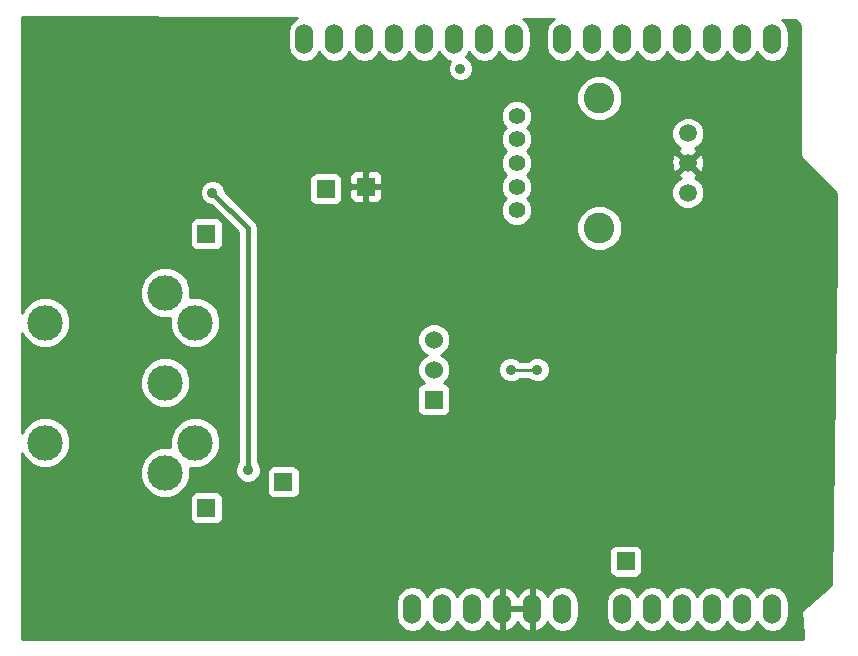
<source format=gbl>
%FSLAX34Y34*%
G04 Gerber Fmt 3.4, Leading zero omitted, Abs format*
G04 (created by PCBNEW (2014-02-26 BZR 4721)-product) date Wednesday, 20 August 2014 20:09:21*
%MOIN*%
G01*
G70*
G90*
G04 APERTURE LIST*
%ADD10C,0.005906*%
%ADD11O,0.060000X0.100000*%
%ADD12C,0.055118*%
%ADD13C,0.059055*%
%ADD14C,0.102362*%
%ADD15R,0.060000X0.060000*%
%ADD16C,0.060000*%
%ADD17C,0.118110*%
%ADD18C,0.035000*%
%ADD19C,0.015748*%
%ADD20C,0.010000*%
G04 APERTURE END LIST*
G54D10*
G54D11*
X56456Y-30614D03*
X55456Y-30614D03*
X54456Y-30614D03*
X51456Y-30614D03*
X52456Y-30614D03*
X53456Y-30614D03*
X49456Y-30614D03*
X48456Y-30614D03*
X47456Y-30614D03*
X45456Y-30614D03*
X44456Y-30614D03*
X56456Y-11614D03*
X55456Y-11614D03*
X54456Y-11614D03*
X53456Y-11614D03*
X52456Y-11614D03*
X51456Y-11614D03*
X50456Y-11614D03*
X49456Y-11614D03*
X47856Y-11614D03*
X46856Y-11614D03*
X45856Y-11614D03*
X44856Y-11614D03*
X43856Y-11614D03*
X42856Y-11614D03*
X41856Y-11614D03*
X40856Y-11614D03*
X46456Y-30614D03*
G54D12*
X47933Y-17322D03*
X47933Y-16535D03*
X47933Y-15748D03*
X47933Y-14960D03*
X47933Y-14173D03*
G54D13*
X53641Y-16732D03*
X53641Y-15748D03*
X53641Y-14763D03*
G54D14*
X50688Y-17913D03*
X50688Y-13582D03*
G54D15*
X45177Y-23637D03*
G54D16*
X45177Y-22637D03*
X45177Y-21637D03*
G54D15*
X41574Y-16614D03*
X37598Y-18110D03*
X37598Y-27244D03*
X40157Y-26377D03*
X42913Y-16535D03*
X51574Y-29015D03*
G54D17*
X32220Y-25070D03*
X32220Y-21070D03*
X36220Y-20070D03*
X37220Y-21070D03*
X36220Y-23070D03*
X37220Y-25070D03*
X36220Y-26070D03*
G54D18*
X46062Y-12598D03*
X37795Y-16732D03*
X38976Y-25984D03*
X56594Y-27854D03*
X50590Y-22539D03*
X46358Y-20767D03*
X52362Y-24311D03*
X52854Y-15846D03*
X44389Y-15944D03*
X47539Y-27263D03*
X47736Y-22637D03*
X48622Y-22637D03*
G54D19*
X38976Y-17913D02*
X37795Y-16732D01*
X38976Y-25984D02*
X38976Y-17913D01*
X47539Y-27263D02*
X47539Y-27362D01*
G54D20*
X48622Y-22637D02*
X47736Y-22637D01*
G54D10*
G36*
X58578Y-18822D02*
X58414Y-29800D01*
X57428Y-30688D01*
X57496Y-31434D01*
X57496Y-31610D01*
X57006Y-31610D01*
X57006Y-30828D01*
X57006Y-30399D01*
X56964Y-30189D01*
X56845Y-30010D01*
X56667Y-29891D01*
X56456Y-29849D01*
X56246Y-29891D01*
X56067Y-30010D01*
X55956Y-30176D01*
X55845Y-30010D01*
X55667Y-29891D01*
X55456Y-29849D01*
X55246Y-29891D01*
X55067Y-30010D01*
X54956Y-30176D01*
X54845Y-30010D01*
X54667Y-29891D01*
X54456Y-29849D01*
X54246Y-29891D01*
X54191Y-29927D01*
X54191Y-15828D01*
X54187Y-15736D01*
X54187Y-14655D01*
X54104Y-14455D01*
X53951Y-14301D01*
X53750Y-14218D01*
X53533Y-14218D01*
X53333Y-14301D01*
X53179Y-14454D01*
X53096Y-14654D01*
X53096Y-14871D01*
X53179Y-15072D01*
X53332Y-15225D01*
X53398Y-15253D01*
X53356Y-15270D01*
X53329Y-15365D01*
X53641Y-15677D01*
X53953Y-15365D01*
X53926Y-15270D01*
X53881Y-15254D01*
X53950Y-15226D01*
X54103Y-15073D01*
X54186Y-14872D01*
X54187Y-14655D01*
X54187Y-15736D01*
X54180Y-15612D01*
X54119Y-15463D01*
X54024Y-15436D01*
X53712Y-15748D01*
X54024Y-16059D01*
X54119Y-16033D01*
X54191Y-15828D01*
X54191Y-29927D01*
X54187Y-29930D01*
X54187Y-16624D01*
X54104Y-16423D01*
X53951Y-16270D01*
X53884Y-16242D01*
X53926Y-16225D01*
X53953Y-16130D01*
X53641Y-15818D01*
X53571Y-15889D01*
X53571Y-15748D01*
X53259Y-15436D01*
X53164Y-15463D01*
X53091Y-15667D01*
X53102Y-15884D01*
X53164Y-16033D01*
X53259Y-16059D01*
X53571Y-15748D01*
X53571Y-15889D01*
X53329Y-16130D01*
X53356Y-16225D01*
X53401Y-16241D01*
X53333Y-16269D01*
X53179Y-16423D01*
X53096Y-16623D01*
X53096Y-16840D01*
X53179Y-17040D01*
X53332Y-17194D01*
X53532Y-17277D01*
X53749Y-17277D01*
X53950Y-17194D01*
X54103Y-17041D01*
X54186Y-16841D01*
X54187Y-16624D01*
X54187Y-29930D01*
X54067Y-30010D01*
X53956Y-30176D01*
X53845Y-30010D01*
X53667Y-29891D01*
X53456Y-29849D01*
X53246Y-29891D01*
X53067Y-30010D01*
X52956Y-30176D01*
X52845Y-30010D01*
X52667Y-29891D01*
X52456Y-29849D01*
X52246Y-29891D01*
X52124Y-29972D01*
X52124Y-29365D01*
X52124Y-29266D01*
X52124Y-28666D01*
X52086Y-28574D01*
X52016Y-28503D01*
X51924Y-28465D01*
X51825Y-28465D01*
X51450Y-28465D01*
X51450Y-17762D01*
X51450Y-13431D01*
X51335Y-13151D01*
X51121Y-12937D01*
X50841Y-12820D01*
X50538Y-12820D01*
X50258Y-12936D01*
X50043Y-13150D01*
X49927Y-13430D01*
X49927Y-13733D01*
X50042Y-14013D01*
X50256Y-14228D01*
X50536Y-14344D01*
X50839Y-14344D01*
X51119Y-14228D01*
X51334Y-14014D01*
X51450Y-13734D01*
X51450Y-13431D01*
X51450Y-17762D01*
X51335Y-17482D01*
X51121Y-17267D01*
X50841Y-17151D01*
X50538Y-17151D01*
X50258Y-17267D01*
X50043Y-17481D01*
X49927Y-17761D01*
X49927Y-18064D01*
X50042Y-18344D01*
X50256Y-18558D01*
X50536Y-18675D01*
X50839Y-18675D01*
X51119Y-18559D01*
X51334Y-18345D01*
X51450Y-18065D01*
X51450Y-17762D01*
X51450Y-28465D01*
X51225Y-28465D01*
X51133Y-28503D01*
X51062Y-28574D01*
X51024Y-28666D01*
X51024Y-28765D01*
X51024Y-29365D01*
X51062Y-29457D01*
X51133Y-29527D01*
X51225Y-29565D01*
X51324Y-29565D01*
X51924Y-29565D01*
X52016Y-29527D01*
X52086Y-29457D01*
X52124Y-29365D01*
X52124Y-29972D01*
X52067Y-30010D01*
X51956Y-30176D01*
X51845Y-30010D01*
X51667Y-29891D01*
X51456Y-29849D01*
X51246Y-29891D01*
X51067Y-30010D01*
X50948Y-30189D01*
X50906Y-30399D01*
X50906Y-30828D01*
X50948Y-31039D01*
X51067Y-31217D01*
X51246Y-31337D01*
X51456Y-31378D01*
X51667Y-31337D01*
X51845Y-31217D01*
X51956Y-31051D01*
X52067Y-31217D01*
X52246Y-31337D01*
X52456Y-31378D01*
X52667Y-31337D01*
X52845Y-31217D01*
X52956Y-31051D01*
X53067Y-31217D01*
X53246Y-31337D01*
X53456Y-31378D01*
X53667Y-31337D01*
X53845Y-31217D01*
X53956Y-31051D01*
X54067Y-31217D01*
X54246Y-31337D01*
X54456Y-31378D01*
X54667Y-31337D01*
X54845Y-31217D01*
X54956Y-31051D01*
X55067Y-31217D01*
X55246Y-31337D01*
X55456Y-31378D01*
X55667Y-31337D01*
X55845Y-31217D01*
X55956Y-31051D01*
X56067Y-31217D01*
X56246Y-31337D01*
X56456Y-31378D01*
X56667Y-31337D01*
X56845Y-31217D01*
X56964Y-31039D01*
X57006Y-30828D01*
X57006Y-31610D01*
X50006Y-31610D01*
X50006Y-30828D01*
X50006Y-30399D01*
X49964Y-30189D01*
X49845Y-30010D01*
X49667Y-29891D01*
X49456Y-29849D01*
X49246Y-29891D01*
X49067Y-30010D01*
X49047Y-30041D01*
X49047Y-22553D01*
X48982Y-22397D01*
X48863Y-22277D01*
X48706Y-22212D01*
X48537Y-22212D01*
X48458Y-22245D01*
X48458Y-17218D01*
X48378Y-17025D01*
X48282Y-16929D01*
X48378Y-16833D01*
X48458Y-16640D01*
X48458Y-16431D01*
X48378Y-16238D01*
X48282Y-16141D01*
X48378Y-16046D01*
X48458Y-15853D01*
X48458Y-15643D01*
X48378Y-15450D01*
X48282Y-15354D01*
X48378Y-15258D01*
X48458Y-15065D01*
X48458Y-14856D01*
X48378Y-14663D01*
X48282Y-14566D01*
X48378Y-14471D01*
X48458Y-14278D01*
X48458Y-14069D01*
X48378Y-13875D01*
X48231Y-13727D01*
X48038Y-13647D01*
X47828Y-13647D01*
X47635Y-13727D01*
X47487Y-13875D01*
X47407Y-14068D01*
X47407Y-14277D01*
X47487Y-14470D01*
X47583Y-14566D01*
X47487Y-14662D01*
X47407Y-14855D01*
X47407Y-15064D01*
X47487Y-15257D01*
X47583Y-15354D01*
X47487Y-15449D01*
X47407Y-15643D01*
X47407Y-15852D01*
X47487Y-16045D01*
X47583Y-16141D01*
X47487Y-16237D01*
X47407Y-16430D01*
X47407Y-16639D01*
X47487Y-16832D01*
X47583Y-16929D01*
X47487Y-17024D01*
X47407Y-17217D01*
X47407Y-17426D01*
X47487Y-17620D01*
X47634Y-17768D01*
X47828Y-17848D01*
X48037Y-17848D01*
X48230Y-17768D01*
X48378Y-17620D01*
X48458Y-17427D01*
X48458Y-17218D01*
X48458Y-22245D01*
X48381Y-22277D01*
X48321Y-22337D01*
X48037Y-22337D01*
X47977Y-22277D01*
X47821Y-22212D01*
X47652Y-22212D01*
X47495Y-22277D01*
X47376Y-22396D01*
X47311Y-22552D01*
X47311Y-22721D01*
X47375Y-22878D01*
X47495Y-22997D01*
X47651Y-23062D01*
X47820Y-23062D01*
X47976Y-22998D01*
X48037Y-22937D01*
X48321Y-22937D01*
X48380Y-22997D01*
X48537Y-23062D01*
X48706Y-23062D01*
X48862Y-22998D01*
X48982Y-22878D01*
X49046Y-22722D01*
X49047Y-22553D01*
X49047Y-30041D01*
X48953Y-30182D01*
X48945Y-30157D01*
X48810Y-29989D01*
X48620Y-29886D01*
X48591Y-29881D01*
X48506Y-29929D01*
X48506Y-30564D01*
X48514Y-30564D01*
X48514Y-30664D01*
X48506Y-30664D01*
X48506Y-31299D01*
X48591Y-31347D01*
X48620Y-31341D01*
X48810Y-31238D01*
X48945Y-31070D01*
X48953Y-31046D01*
X49067Y-31217D01*
X49246Y-31337D01*
X49456Y-31378D01*
X49667Y-31337D01*
X49845Y-31217D01*
X49964Y-31039D01*
X50006Y-30828D01*
X50006Y-31610D01*
X48406Y-31610D01*
X48406Y-31299D01*
X48406Y-30664D01*
X48406Y-30564D01*
X48406Y-29929D01*
X48321Y-29881D01*
X48292Y-29886D01*
X48103Y-29989D01*
X47967Y-30157D01*
X47956Y-30194D01*
X47945Y-30157D01*
X47810Y-29989D01*
X47620Y-29886D01*
X47591Y-29881D01*
X47506Y-29929D01*
X47506Y-30564D01*
X47906Y-30564D01*
X48006Y-30564D01*
X48406Y-30564D01*
X48406Y-30664D01*
X48006Y-30664D01*
X47906Y-30664D01*
X47506Y-30664D01*
X47506Y-31299D01*
X47591Y-31347D01*
X47620Y-31341D01*
X47810Y-31238D01*
X47945Y-31070D01*
X47956Y-31033D01*
X47967Y-31070D01*
X48103Y-31238D01*
X48292Y-31341D01*
X48321Y-31347D01*
X48406Y-31299D01*
X48406Y-31610D01*
X47406Y-31610D01*
X47406Y-31299D01*
X47406Y-30664D01*
X47398Y-30664D01*
X47398Y-30564D01*
X47406Y-30564D01*
X47406Y-29929D01*
X47321Y-29881D01*
X47292Y-29886D01*
X47103Y-29989D01*
X46967Y-30157D01*
X46960Y-30182D01*
X46845Y-30010D01*
X46667Y-29891D01*
X46456Y-29849D01*
X46246Y-29891D01*
X46067Y-30010D01*
X45956Y-30176D01*
X45845Y-30010D01*
X45727Y-29931D01*
X45727Y-22528D01*
X45643Y-22326D01*
X45489Y-22171D01*
X45407Y-22137D01*
X45488Y-22104D01*
X45643Y-21949D01*
X45727Y-21747D01*
X45727Y-21528D01*
X45643Y-21326D01*
X45489Y-21171D01*
X45287Y-21087D01*
X45068Y-21087D01*
X44866Y-21171D01*
X44711Y-21325D01*
X44627Y-21527D01*
X44627Y-21746D01*
X44710Y-21948D01*
X44865Y-22103D01*
X44947Y-22137D01*
X44866Y-22171D01*
X44711Y-22325D01*
X44627Y-22527D01*
X44627Y-22746D01*
X44710Y-22948D01*
X44849Y-23087D01*
X44827Y-23087D01*
X44735Y-23125D01*
X44665Y-23196D01*
X44627Y-23288D01*
X44627Y-23387D01*
X44627Y-23987D01*
X44665Y-24079D01*
X44735Y-24149D01*
X44827Y-24187D01*
X44926Y-24187D01*
X45526Y-24187D01*
X45618Y-24149D01*
X45689Y-24079D01*
X45727Y-23987D01*
X45727Y-23888D01*
X45727Y-23288D01*
X45689Y-23196D01*
X45618Y-23125D01*
X45526Y-23087D01*
X45504Y-23087D01*
X45643Y-22949D01*
X45727Y-22747D01*
X45727Y-22528D01*
X45727Y-29931D01*
X45667Y-29891D01*
X45456Y-29849D01*
X45246Y-29891D01*
X45067Y-30010D01*
X44956Y-30176D01*
X44845Y-30010D01*
X44667Y-29891D01*
X44456Y-29849D01*
X44246Y-29891D01*
X44067Y-30010D01*
X43948Y-30189D01*
X43906Y-30399D01*
X43906Y-30828D01*
X43948Y-31039D01*
X44067Y-31217D01*
X44246Y-31337D01*
X44456Y-31378D01*
X44667Y-31337D01*
X44845Y-31217D01*
X44956Y-31051D01*
X45067Y-31217D01*
X45246Y-31337D01*
X45456Y-31378D01*
X45667Y-31337D01*
X45845Y-31217D01*
X45956Y-31051D01*
X46067Y-31217D01*
X46246Y-31337D01*
X46456Y-31378D01*
X46667Y-31337D01*
X46845Y-31217D01*
X46960Y-31046D01*
X46967Y-31070D01*
X47103Y-31238D01*
X47292Y-31341D01*
X47321Y-31347D01*
X47406Y-31299D01*
X47406Y-31610D01*
X43463Y-31610D01*
X43463Y-16885D01*
X43463Y-16785D01*
X43463Y-16647D01*
X43463Y-16422D01*
X43463Y-16285D01*
X43463Y-16185D01*
X43425Y-16093D01*
X43354Y-16023D01*
X43263Y-15985D01*
X43025Y-15985D01*
X42963Y-16047D01*
X42963Y-16485D01*
X43400Y-16485D01*
X43463Y-16422D01*
X43463Y-16647D01*
X43400Y-16585D01*
X42963Y-16585D01*
X42963Y-17022D01*
X43025Y-17085D01*
X43263Y-17085D01*
X43354Y-17047D01*
X43425Y-16977D01*
X43463Y-16885D01*
X43463Y-31610D01*
X42863Y-31610D01*
X42863Y-17022D01*
X42863Y-16585D01*
X42863Y-16485D01*
X42863Y-16047D01*
X42800Y-15985D01*
X42563Y-15985D01*
X42471Y-16023D01*
X42401Y-16093D01*
X42363Y-16185D01*
X42363Y-16285D01*
X42363Y-16422D01*
X42425Y-16485D01*
X42863Y-16485D01*
X42863Y-16585D01*
X42425Y-16585D01*
X42363Y-16647D01*
X42363Y-16785D01*
X42363Y-16885D01*
X42401Y-16977D01*
X42471Y-17047D01*
X42563Y-17085D01*
X42800Y-17085D01*
X42863Y-17022D01*
X42863Y-31610D01*
X42124Y-31610D01*
X42124Y-16963D01*
X42124Y-16864D01*
X42124Y-16264D01*
X42086Y-16172D01*
X42016Y-16102D01*
X41924Y-16064D01*
X41825Y-16064D01*
X41225Y-16064D01*
X41133Y-16102D01*
X41062Y-16172D01*
X41024Y-16264D01*
X41024Y-16363D01*
X41024Y-16963D01*
X41062Y-17055D01*
X41133Y-17126D01*
X41225Y-17164D01*
X41324Y-17164D01*
X41924Y-17164D01*
X42016Y-17126D01*
X42086Y-17055D01*
X42124Y-16963D01*
X42124Y-31610D01*
X40707Y-31610D01*
X40707Y-26727D01*
X40707Y-26628D01*
X40707Y-26028D01*
X40669Y-25936D01*
X40599Y-25866D01*
X40507Y-25827D01*
X40407Y-25827D01*
X39807Y-25827D01*
X39715Y-25866D01*
X39645Y-25936D01*
X39607Y-26028D01*
X39607Y-26127D01*
X39607Y-26727D01*
X39645Y-26819D01*
X39715Y-26889D01*
X39807Y-26927D01*
X39907Y-26927D01*
X40507Y-26927D01*
X40599Y-26889D01*
X40669Y-26819D01*
X40707Y-26727D01*
X40707Y-31610D01*
X39401Y-31610D01*
X39401Y-25900D01*
X39336Y-25743D01*
X39305Y-25712D01*
X39305Y-17913D01*
X39280Y-17787D01*
X39280Y-17787D01*
X39208Y-17680D01*
X38220Y-16692D01*
X38220Y-16648D01*
X38155Y-16491D01*
X38036Y-16372D01*
X37880Y-16307D01*
X37711Y-16307D01*
X37554Y-16371D01*
X37435Y-16491D01*
X37370Y-16647D01*
X37370Y-16816D01*
X37434Y-16972D01*
X37554Y-17092D01*
X37710Y-17157D01*
X37755Y-17157D01*
X38647Y-18049D01*
X38647Y-25711D01*
X38616Y-25743D01*
X38551Y-25899D01*
X38551Y-26068D01*
X38615Y-26224D01*
X38735Y-26344D01*
X38891Y-26409D01*
X39060Y-26409D01*
X39216Y-26344D01*
X39336Y-26225D01*
X39401Y-26069D01*
X39401Y-25900D01*
X39401Y-31610D01*
X38148Y-31610D01*
X38148Y-27593D01*
X38148Y-27494D01*
X38148Y-26894D01*
X38148Y-18459D01*
X38148Y-18360D01*
X38148Y-17760D01*
X38110Y-17668D01*
X38040Y-17598D01*
X37948Y-17560D01*
X37848Y-17560D01*
X37248Y-17560D01*
X37156Y-17598D01*
X37086Y-17668D01*
X37048Y-17760D01*
X37048Y-17859D01*
X37048Y-18459D01*
X37086Y-18551D01*
X37156Y-18622D01*
X37248Y-18660D01*
X37348Y-18660D01*
X37948Y-18660D01*
X38040Y-18622D01*
X38110Y-18551D01*
X38148Y-18459D01*
X38148Y-26894D01*
X38110Y-26802D01*
X38061Y-26753D01*
X38061Y-24904D01*
X38061Y-20904D01*
X37933Y-20595D01*
X37697Y-20358D01*
X37388Y-20230D01*
X37060Y-20230D01*
X37061Y-19904D01*
X36933Y-19595D01*
X36697Y-19358D01*
X36388Y-19230D01*
X36054Y-19230D01*
X35744Y-19357D01*
X35508Y-19594D01*
X35380Y-19902D01*
X35379Y-20237D01*
X35507Y-20546D01*
X35743Y-20783D01*
X36052Y-20911D01*
X36380Y-20911D01*
X36379Y-21237D01*
X36507Y-21546D01*
X36743Y-21783D01*
X37052Y-21911D01*
X37386Y-21911D01*
X37695Y-21783D01*
X37932Y-21547D01*
X38060Y-21238D01*
X38061Y-20904D01*
X38061Y-24904D01*
X37933Y-24595D01*
X37697Y-24358D01*
X37388Y-24230D01*
X37061Y-24230D01*
X37061Y-22904D01*
X36933Y-22595D01*
X36697Y-22358D01*
X36388Y-22230D01*
X36054Y-22230D01*
X35744Y-22357D01*
X35508Y-22594D01*
X35380Y-22902D01*
X35379Y-23237D01*
X35507Y-23546D01*
X35743Y-23783D01*
X36052Y-23911D01*
X36386Y-23911D01*
X36695Y-23783D01*
X36932Y-23547D01*
X37060Y-23238D01*
X37061Y-22904D01*
X37061Y-24230D01*
X37054Y-24230D01*
X36744Y-24357D01*
X36508Y-24594D01*
X36380Y-24902D01*
X36379Y-25230D01*
X36054Y-25230D01*
X35744Y-25357D01*
X35508Y-25594D01*
X35380Y-25902D01*
X35379Y-26237D01*
X35507Y-26546D01*
X35743Y-26783D01*
X36052Y-26911D01*
X36386Y-26911D01*
X36695Y-26783D01*
X36932Y-26547D01*
X37060Y-26238D01*
X37061Y-25911D01*
X37386Y-25911D01*
X37695Y-25783D01*
X37932Y-25547D01*
X38060Y-25238D01*
X38061Y-24904D01*
X38061Y-26753D01*
X38040Y-26732D01*
X37948Y-26694D01*
X37848Y-26694D01*
X37248Y-26694D01*
X37156Y-26732D01*
X37086Y-26802D01*
X37048Y-26894D01*
X37048Y-26993D01*
X37048Y-27593D01*
X37086Y-27685D01*
X37156Y-27756D01*
X37248Y-27794D01*
X37348Y-27794D01*
X37948Y-27794D01*
X38040Y-27756D01*
X38110Y-27685D01*
X38148Y-27593D01*
X38148Y-31610D01*
X31447Y-31610D01*
X31447Y-25401D01*
X31507Y-25546D01*
X31743Y-25783D01*
X32052Y-25911D01*
X32386Y-25911D01*
X32695Y-25783D01*
X32932Y-25547D01*
X33060Y-25238D01*
X33061Y-24904D01*
X32933Y-24595D01*
X32697Y-24358D01*
X32388Y-24230D01*
X32054Y-24230D01*
X31744Y-24357D01*
X31508Y-24594D01*
X31447Y-24740D01*
X31447Y-21401D01*
X31507Y-21546D01*
X31743Y-21783D01*
X32052Y-21911D01*
X32386Y-21911D01*
X32695Y-21783D01*
X32932Y-21547D01*
X33060Y-21238D01*
X33061Y-20904D01*
X32933Y-20595D01*
X32697Y-20358D01*
X32388Y-20230D01*
X32054Y-20230D01*
X31744Y-20357D01*
X31508Y-20594D01*
X31447Y-20740D01*
X31447Y-11220D01*
X31447Y-10876D01*
X31495Y-10876D01*
X40616Y-10911D01*
X40467Y-11010D01*
X40348Y-11189D01*
X40306Y-11399D01*
X40306Y-11828D01*
X40348Y-12039D01*
X40467Y-12217D01*
X40646Y-12337D01*
X40856Y-12378D01*
X41067Y-12337D01*
X41245Y-12217D01*
X41356Y-12051D01*
X41467Y-12217D01*
X41646Y-12337D01*
X41856Y-12378D01*
X42067Y-12337D01*
X42245Y-12217D01*
X42356Y-12051D01*
X42467Y-12217D01*
X42646Y-12337D01*
X42856Y-12378D01*
X43067Y-12337D01*
X43245Y-12217D01*
X43356Y-12051D01*
X43467Y-12217D01*
X43646Y-12337D01*
X43856Y-12378D01*
X44067Y-12337D01*
X44245Y-12217D01*
X44356Y-12051D01*
X44467Y-12217D01*
X44646Y-12337D01*
X44856Y-12378D01*
X45067Y-12337D01*
X45245Y-12217D01*
X45356Y-12051D01*
X45467Y-12217D01*
X45646Y-12337D01*
X45710Y-12349D01*
X45702Y-12357D01*
X45638Y-12513D01*
X45637Y-12682D01*
X45702Y-12838D01*
X45821Y-12958D01*
X45978Y-13023D01*
X46147Y-13023D01*
X46303Y-12958D01*
X46423Y-12839D01*
X46487Y-12683D01*
X46488Y-12514D01*
X46423Y-12357D01*
X46304Y-12238D01*
X46247Y-12214D01*
X46356Y-12051D01*
X46467Y-12217D01*
X46646Y-12337D01*
X46856Y-12378D01*
X47067Y-12337D01*
X47245Y-12217D01*
X47356Y-12051D01*
X47467Y-12217D01*
X47646Y-12337D01*
X47856Y-12378D01*
X48067Y-12337D01*
X48245Y-12217D01*
X48364Y-12039D01*
X48406Y-11828D01*
X48406Y-11399D01*
X48364Y-11189D01*
X48245Y-11010D01*
X48139Y-10939D01*
X49168Y-10943D01*
X49067Y-11010D01*
X48948Y-11189D01*
X48906Y-11399D01*
X48906Y-11828D01*
X48948Y-12039D01*
X49067Y-12217D01*
X49246Y-12337D01*
X49456Y-12378D01*
X49667Y-12337D01*
X49845Y-12217D01*
X49956Y-12051D01*
X50067Y-12217D01*
X50246Y-12337D01*
X50456Y-12378D01*
X50667Y-12337D01*
X50845Y-12217D01*
X50956Y-12051D01*
X51067Y-12217D01*
X51246Y-12337D01*
X51456Y-12378D01*
X51667Y-12337D01*
X51845Y-12217D01*
X51956Y-12051D01*
X52067Y-12217D01*
X52246Y-12337D01*
X52456Y-12378D01*
X52667Y-12337D01*
X52845Y-12217D01*
X52956Y-12051D01*
X53067Y-12217D01*
X53246Y-12337D01*
X53456Y-12378D01*
X53667Y-12337D01*
X53845Y-12217D01*
X53956Y-12051D01*
X54067Y-12217D01*
X54246Y-12337D01*
X54456Y-12378D01*
X54667Y-12337D01*
X54845Y-12217D01*
X54956Y-12051D01*
X55067Y-12217D01*
X55246Y-12337D01*
X55456Y-12378D01*
X55667Y-12337D01*
X55845Y-12217D01*
X55956Y-12051D01*
X56067Y-12217D01*
X56246Y-12337D01*
X56456Y-12378D01*
X56667Y-12337D01*
X56845Y-12217D01*
X56964Y-12039D01*
X57006Y-11828D01*
X57006Y-11399D01*
X56964Y-11189D01*
X56845Y-11010D01*
X56788Y-10972D01*
X57232Y-10973D01*
X57397Y-11139D01*
X57397Y-15452D01*
X57418Y-15559D01*
X57479Y-15650D01*
X58578Y-16749D01*
X58578Y-18822D01*
X58578Y-18822D01*
G37*
G54D20*
X58578Y-18822D02*
X58414Y-29800D01*
X57428Y-30688D01*
X57496Y-31434D01*
X57496Y-31610D01*
X57006Y-31610D01*
X57006Y-30828D01*
X57006Y-30399D01*
X56964Y-30189D01*
X56845Y-30010D01*
X56667Y-29891D01*
X56456Y-29849D01*
X56246Y-29891D01*
X56067Y-30010D01*
X55956Y-30176D01*
X55845Y-30010D01*
X55667Y-29891D01*
X55456Y-29849D01*
X55246Y-29891D01*
X55067Y-30010D01*
X54956Y-30176D01*
X54845Y-30010D01*
X54667Y-29891D01*
X54456Y-29849D01*
X54246Y-29891D01*
X54191Y-29927D01*
X54191Y-15828D01*
X54187Y-15736D01*
X54187Y-14655D01*
X54104Y-14455D01*
X53951Y-14301D01*
X53750Y-14218D01*
X53533Y-14218D01*
X53333Y-14301D01*
X53179Y-14454D01*
X53096Y-14654D01*
X53096Y-14871D01*
X53179Y-15072D01*
X53332Y-15225D01*
X53398Y-15253D01*
X53356Y-15270D01*
X53329Y-15365D01*
X53641Y-15677D01*
X53953Y-15365D01*
X53926Y-15270D01*
X53881Y-15254D01*
X53950Y-15226D01*
X54103Y-15073D01*
X54186Y-14872D01*
X54187Y-14655D01*
X54187Y-15736D01*
X54180Y-15612D01*
X54119Y-15463D01*
X54024Y-15436D01*
X53712Y-15748D01*
X54024Y-16059D01*
X54119Y-16033D01*
X54191Y-15828D01*
X54191Y-29927D01*
X54187Y-29930D01*
X54187Y-16624D01*
X54104Y-16423D01*
X53951Y-16270D01*
X53884Y-16242D01*
X53926Y-16225D01*
X53953Y-16130D01*
X53641Y-15818D01*
X53571Y-15889D01*
X53571Y-15748D01*
X53259Y-15436D01*
X53164Y-15463D01*
X53091Y-15667D01*
X53102Y-15884D01*
X53164Y-16033D01*
X53259Y-16059D01*
X53571Y-15748D01*
X53571Y-15889D01*
X53329Y-16130D01*
X53356Y-16225D01*
X53401Y-16241D01*
X53333Y-16269D01*
X53179Y-16423D01*
X53096Y-16623D01*
X53096Y-16840D01*
X53179Y-17040D01*
X53332Y-17194D01*
X53532Y-17277D01*
X53749Y-17277D01*
X53950Y-17194D01*
X54103Y-17041D01*
X54186Y-16841D01*
X54187Y-16624D01*
X54187Y-29930D01*
X54067Y-30010D01*
X53956Y-30176D01*
X53845Y-30010D01*
X53667Y-29891D01*
X53456Y-29849D01*
X53246Y-29891D01*
X53067Y-30010D01*
X52956Y-30176D01*
X52845Y-30010D01*
X52667Y-29891D01*
X52456Y-29849D01*
X52246Y-29891D01*
X52124Y-29972D01*
X52124Y-29365D01*
X52124Y-29266D01*
X52124Y-28666D01*
X52086Y-28574D01*
X52016Y-28503D01*
X51924Y-28465D01*
X51825Y-28465D01*
X51450Y-28465D01*
X51450Y-17762D01*
X51450Y-13431D01*
X51335Y-13151D01*
X51121Y-12937D01*
X50841Y-12820D01*
X50538Y-12820D01*
X50258Y-12936D01*
X50043Y-13150D01*
X49927Y-13430D01*
X49927Y-13733D01*
X50042Y-14013D01*
X50256Y-14228D01*
X50536Y-14344D01*
X50839Y-14344D01*
X51119Y-14228D01*
X51334Y-14014D01*
X51450Y-13734D01*
X51450Y-13431D01*
X51450Y-17762D01*
X51335Y-17482D01*
X51121Y-17267D01*
X50841Y-17151D01*
X50538Y-17151D01*
X50258Y-17267D01*
X50043Y-17481D01*
X49927Y-17761D01*
X49927Y-18064D01*
X50042Y-18344D01*
X50256Y-18558D01*
X50536Y-18675D01*
X50839Y-18675D01*
X51119Y-18559D01*
X51334Y-18345D01*
X51450Y-18065D01*
X51450Y-17762D01*
X51450Y-28465D01*
X51225Y-28465D01*
X51133Y-28503D01*
X51062Y-28574D01*
X51024Y-28666D01*
X51024Y-28765D01*
X51024Y-29365D01*
X51062Y-29457D01*
X51133Y-29527D01*
X51225Y-29565D01*
X51324Y-29565D01*
X51924Y-29565D01*
X52016Y-29527D01*
X52086Y-29457D01*
X52124Y-29365D01*
X52124Y-29972D01*
X52067Y-30010D01*
X51956Y-30176D01*
X51845Y-30010D01*
X51667Y-29891D01*
X51456Y-29849D01*
X51246Y-29891D01*
X51067Y-30010D01*
X50948Y-30189D01*
X50906Y-30399D01*
X50906Y-30828D01*
X50948Y-31039D01*
X51067Y-31217D01*
X51246Y-31337D01*
X51456Y-31378D01*
X51667Y-31337D01*
X51845Y-31217D01*
X51956Y-31051D01*
X52067Y-31217D01*
X52246Y-31337D01*
X52456Y-31378D01*
X52667Y-31337D01*
X52845Y-31217D01*
X52956Y-31051D01*
X53067Y-31217D01*
X53246Y-31337D01*
X53456Y-31378D01*
X53667Y-31337D01*
X53845Y-31217D01*
X53956Y-31051D01*
X54067Y-31217D01*
X54246Y-31337D01*
X54456Y-31378D01*
X54667Y-31337D01*
X54845Y-31217D01*
X54956Y-31051D01*
X55067Y-31217D01*
X55246Y-31337D01*
X55456Y-31378D01*
X55667Y-31337D01*
X55845Y-31217D01*
X55956Y-31051D01*
X56067Y-31217D01*
X56246Y-31337D01*
X56456Y-31378D01*
X56667Y-31337D01*
X56845Y-31217D01*
X56964Y-31039D01*
X57006Y-30828D01*
X57006Y-31610D01*
X50006Y-31610D01*
X50006Y-30828D01*
X50006Y-30399D01*
X49964Y-30189D01*
X49845Y-30010D01*
X49667Y-29891D01*
X49456Y-29849D01*
X49246Y-29891D01*
X49067Y-30010D01*
X49047Y-30041D01*
X49047Y-22553D01*
X48982Y-22397D01*
X48863Y-22277D01*
X48706Y-22212D01*
X48537Y-22212D01*
X48458Y-22245D01*
X48458Y-17218D01*
X48378Y-17025D01*
X48282Y-16929D01*
X48378Y-16833D01*
X48458Y-16640D01*
X48458Y-16431D01*
X48378Y-16238D01*
X48282Y-16141D01*
X48378Y-16046D01*
X48458Y-15853D01*
X48458Y-15643D01*
X48378Y-15450D01*
X48282Y-15354D01*
X48378Y-15258D01*
X48458Y-15065D01*
X48458Y-14856D01*
X48378Y-14663D01*
X48282Y-14566D01*
X48378Y-14471D01*
X48458Y-14278D01*
X48458Y-14069D01*
X48378Y-13875D01*
X48231Y-13727D01*
X48038Y-13647D01*
X47828Y-13647D01*
X47635Y-13727D01*
X47487Y-13875D01*
X47407Y-14068D01*
X47407Y-14277D01*
X47487Y-14470D01*
X47583Y-14566D01*
X47487Y-14662D01*
X47407Y-14855D01*
X47407Y-15064D01*
X47487Y-15257D01*
X47583Y-15354D01*
X47487Y-15449D01*
X47407Y-15643D01*
X47407Y-15852D01*
X47487Y-16045D01*
X47583Y-16141D01*
X47487Y-16237D01*
X47407Y-16430D01*
X47407Y-16639D01*
X47487Y-16832D01*
X47583Y-16929D01*
X47487Y-17024D01*
X47407Y-17217D01*
X47407Y-17426D01*
X47487Y-17620D01*
X47634Y-17768D01*
X47828Y-17848D01*
X48037Y-17848D01*
X48230Y-17768D01*
X48378Y-17620D01*
X48458Y-17427D01*
X48458Y-17218D01*
X48458Y-22245D01*
X48381Y-22277D01*
X48321Y-22337D01*
X48037Y-22337D01*
X47977Y-22277D01*
X47821Y-22212D01*
X47652Y-22212D01*
X47495Y-22277D01*
X47376Y-22396D01*
X47311Y-22552D01*
X47311Y-22721D01*
X47375Y-22878D01*
X47495Y-22997D01*
X47651Y-23062D01*
X47820Y-23062D01*
X47976Y-22998D01*
X48037Y-22937D01*
X48321Y-22937D01*
X48380Y-22997D01*
X48537Y-23062D01*
X48706Y-23062D01*
X48862Y-22998D01*
X48982Y-22878D01*
X49046Y-22722D01*
X49047Y-22553D01*
X49047Y-30041D01*
X48953Y-30182D01*
X48945Y-30157D01*
X48810Y-29989D01*
X48620Y-29886D01*
X48591Y-29881D01*
X48506Y-29929D01*
X48506Y-30564D01*
X48514Y-30564D01*
X48514Y-30664D01*
X48506Y-30664D01*
X48506Y-31299D01*
X48591Y-31347D01*
X48620Y-31341D01*
X48810Y-31238D01*
X48945Y-31070D01*
X48953Y-31046D01*
X49067Y-31217D01*
X49246Y-31337D01*
X49456Y-31378D01*
X49667Y-31337D01*
X49845Y-31217D01*
X49964Y-31039D01*
X50006Y-30828D01*
X50006Y-31610D01*
X48406Y-31610D01*
X48406Y-31299D01*
X48406Y-30664D01*
X48406Y-30564D01*
X48406Y-29929D01*
X48321Y-29881D01*
X48292Y-29886D01*
X48103Y-29989D01*
X47967Y-30157D01*
X47956Y-30194D01*
X47945Y-30157D01*
X47810Y-29989D01*
X47620Y-29886D01*
X47591Y-29881D01*
X47506Y-29929D01*
X47506Y-30564D01*
X47906Y-30564D01*
X48006Y-30564D01*
X48406Y-30564D01*
X48406Y-30664D01*
X48006Y-30664D01*
X47906Y-30664D01*
X47506Y-30664D01*
X47506Y-31299D01*
X47591Y-31347D01*
X47620Y-31341D01*
X47810Y-31238D01*
X47945Y-31070D01*
X47956Y-31033D01*
X47967Y-31070D01*
X48103Y-31238D01*
X48292Y-31341D01*
X48321Y-31347D01*
X48406Y-31299D01*
X48406Y-31610D01*
X47406Y-31610D01*
X47406Y-31299D01*
X47406Y-30664D01*
X47398Y-30664D01*
X47398Y-30564D01*
X47406Y-30564D01*
X47406Y-29929D01*
X47321Y-29881D01*
X47292Y-29886D01*
X47103Y-29989D01*
X46967Y-30157D01*
X46960Y-30182D01*
X46845Y-30010D01*
X46667Y-29891D01*
X46456Y-29849D01*
X46246Y-29891D01*
X46067Y-30010D01*
X45956Y-30176D01*
X45845Y-30010D01*
X45727Y-29931D01*
X45727Y-22528D01*
X45643Y-22326D01*
X45489Y-22171D01*
X45407Y-22137D01*
X45488Y-22104D01*
X45643Y-21949D01*
X45727Y-21747D01*
X45727Y-21528D01*
X45643Y-21326D01*
X45489Y-21171D01*
X45287Y-21087D01*
X45068Y-21087D01*
X44866Y-21171D01*
X44711Y-21325D01*
X44627Y-21527D01*
X44627Y-21746D01*
X44710Y-21948D01*
X44865Y-22103D01*
X44947Y-22137D01*
X44866Y-22171D01*
X44711Y-22325D01*
X44627Y-22527D01*
X44627Y-22746D01*
X44710Y-22948D01*
X44849Y-23087D01*
X44827Y-23087D01*
X44735Y-23125D01*
X44665Y-23196D01*
X44627Y-23288D01*
X44627Y-23387D01*
X44627Y-23987D01*
X44665Y-24079D01*
X44735Y-24149D01*
X44827Y-24187D01*
X44926Y-24187D01*
X45526Y-24187D01*
X45618Y-24149D01*
X45689Y-24079D01*
X45727Y-23987D01*
X45727Y-23888D01*
X45727Y-23288D01*
X45689Y-23196D01*
X45618Y-23125D01*
X45526Y-23087D01*
X45504Y-23087D01*
X45643Y-22949D01*
X45727Y-22747D01*
X45727Y-22528D01*
X45727Y-29931D01*
X45667Y-29891D01*
X45456Y-29849D01*
X45246Y-29891D01*
X45067Y-30010D01*
X44956Y-30176D01*
X44845Y-30010D01*
X44667Y-29891D01*
X44456Y-29849D01*
X44246Y-29891D01*
X44067Y-30010D01*
X43948Y-30189D01*
X43906Y-30399D01*
X43906Y-30828D01*
X43948Y-31039D01*
X44067Y-31217D01*
X44246Y-31337D01*
X44456Y-31378D01*
X44667Y-31337D01*
X44845Y-31217D01*
X44956Y-31051D01*
X45067Y-31217D01*
X45246Y-31337D01*
X45456Y-31378D01*
X45667Y-31337D01*
X45845Y-31217D01*
X45956Y-31051D01*
X46067Y-31217D01*
X46246Y-31337D01*
X46456Y-31378D01*
X46667Y-31337D01*
X46845Y-31217D01*
X46960Y-31046D01*
X46967Y-31070D01*
X47103Y-31238D01*
X47292Y-31341D01*
X47321Y-31347D01*
X47406Y-31299D01*
X47406Y-31610D01*
X43463Y-31610D01*
X43463Y-16885D01*
X43463Y-16785D01*
X43463Y-16647D01*
X43463Y-16422D01*
X43463Y-16285D01*
X43463Y-16185D01*
X43425Y-16093D01*
X43354Y-16023D01*
X43263Y-15985D01*
X43025Y-15985D01*
X42963Y-16047D01*
X42963Y-16485D01*
X43400Y-16485D01*
X43463Y-16422D01*
X43463Y-16647D01*
X43400Y-16585D01*
X42963Y-16585D01*
X42963Y-17022D01*
X43025Y-17085D01*
X43263Y-17085D01*
X43354Y-17047D01*
X43425Y-16977D01*
X43463Y-16885D01*
X43463Y-31610D01*
X42863Y-31610D01*
X42863Y-17022D01*
X42863Y-16585D01*
X42863Y-16485D01*
X42863Y-16047D01*
X42800Y-15985D01*
X42563Y-15985D01*
X42471Y-16023D01*
X42401Y-16093D01*
X42363Y-16185D01*
X42363Y-16285D01*
X42363Y-16422D01*
X42425Y-16485D01*
X42863Y-16485D01*
X42863Y-16585D01*
X42425Y-16585D01*
X42363Y-16647D01*
X42363Y-16785D01*
X42363Y-16885D01*
X42401Y-16977D01*
X42471Y-17047D01*
X42563Y-17085D01*
X42800Y-17085D01*
X42863Y-17022D01*
X42863Y-31610D01*
X42124Y-31610D01*
X42124Y-16963D01*
X42124Y-16864D01*
X42124Y-16264D01*
X42086Y-16172D01*
X42016Y-16102D01*
X41924Y-16064D01*
X41825Y-16064D01*
X41225Y-16064D01*
X41133Y-16102D01*
X41062Y-16172D01*
X41024Y-16264D01*
X41024Y-16363D01*
X41024Y-16963D01*
X41062Y-17055D01*
X41133Y-17126D01*
X41225Y-17164D01*
X41324Y-17164D01*
X41924Y-17164D01*
X42016Y-17126D01*
X42086Y-17055D01*
X42124Y-16963D01*
X42124Y-31610D01*
X40707Y-31610D01*
X40707Y-26727D01*
X40707Y-26628D01*
X40707Y-26028D01*
X40669Y-25936D01*
X40599Y-25866D01*
X40507Y-25827D01*
X40407Y-25827D01*
X39807Y-25827D01*
X39715Y-25866D01*
X39645Y-25936D01*
X39607Y-26028D01*
X39607Y-26127D01*
X39607Y-26727D01*
X39645Y-26819D01*
X39715Y-26889D01*
X39807Y-26927D01*
X39907Y-26927D01*
X40507Y-26927D01*
X40599Y-26889D01*
X40669Y-26819D01*
X40707Y-26727D01*
X40707Y-31610D01*
X39401Y-31610D01*
X39401Y-25900D01*
X39336Y-25743D01*
X39305Y-25712D01*
X39305Y-17913D01*
X39280Y-17787D01*
X39280Y-17787D01*
X39208Y-17680D01*
X38220Y-16692D01*
X38220Y-16648D01*
X38155Y-16491D01*
X38036Y-16372D01*
X37880Y-16307D01*
X37711Y-16307D01*
X37554Y-16371D01*
X37435Y-16491D01*
X37370Y-16647D01*
X37370Y-16816D01*
X37434Y-16972D01*
X37554Y-17092D01*
X37710Y-17157D01*
X37755Y-17157D01*
X38647Y-18049D01*
X38647Y-25711D01*
X38616Y-25743D01*
X38551Y-25899D01*
X38551Y-26068D01*
X38615Y-26224D01*
X38735Y-26344D01*
X38891Y-26409D01*
X39060Y-26409D01*
X39216Y-26344D01*
X39336Y-26225D01*
X39401Y-26069D01*
X39401Y-25900D01*
X39401Y-31610D01*
X38148Y-31610D01*
X38148Y-27593D01*
X38148Y-27494D01*
X38148Y-26894D01*
X38148Y-18459D01*
X38148Y-18360D01*
X38148Y-17760D01*
X38110Y-17668D01*
X38040Y-17598D01*
X37948Y-17560D01*
X37848Y-17560D01*
X37248Y-17560D01*
X37156Y-17598D01*
X37086Y-17668D01*
X37048Y-17760D01*
X37048Y-17859D01*
X37048Y-18459D01*
X37086Y-18551D01*
X37156Y-18622D01*
X37248Y-18660D01*
X37348Y-18660D01*
X37948Y-18660D01*
X38040Y-18622D01*
X38110Y-18551D01*
X38148Y-18459D01*
X38148Y-26894D01*
X38110Y-26802D01*
X38061Y-26753D01*
X38061Y-24904D01*
X38061Y-20904D01*
X37933Y-20595D01*
X37697Y-20358D01*
X37388Y-20230D01*
X37060Y-20230D01*
X37061Y-19904D01*
X36933Y-19595D01*
X36697Y-19358D01*
X36388Y-19230D01*
X36054Y-19230D01*
X35744Y-19357D01*
X35508Y-19594D01*
X35380Y-19902D01*
X35379Y-20237D01*
X35507Y-20546D01*
X35743Y-20783D01*
X36052Y-20911D01*
X36380Y-20911D01*
X36379Y-21237D01*
X36507Y-21546D01*
X36743Y-21783D01*
X37052Y-21911D01*
X37386Y-21911D01*
X37695Y-21783D01*
X37932Y-21547D01*
X38060Y-21238D01*
X38061Y-20904D01*
X38061Y-24904D01*
X37933Y-24595D01*
X37697Y-24358D01*
X37388Y-24230D01*
X37061Y-24230D01*
X37061Y-22904D01*
X36933Y-22595D01*
X36697Y-22358D01*
X36388Y-22230D01*
X36054Y-22230D01*
X35744Y-22357D01*
X35508Y-22594D01*
X35380Y-22902D01*
X35379Y-23237D01*
X35507Y-23546D01*
X35743Y-23783D01*
X36052Y-23911D01*
X36386Y-23911D01*
X36695Y-23783D01*
X36932Y-23547D01*
X37060Y-23238D01*
X37061Y-22904D01*
X37061Y-24230D01*
X37054Y-24230D01*
X36744Y-24357D01*
X36508Y-24594D01*
X36380Y-24902D01*
X36379Y-25230D01*
X36054Y-25230D01*
X35744Y-25357D01*
X35508Y-25594D01*
X35380Y-25902D01*
X35379Y-26237D01*
X35507Y-26546D01*
X35743Y-26783D01*
X36052Y-26911D01*
X36386Y-26911D01*
X36695Y-26783D01*
X36932Y-26547D01*
X37060Y-26238D01*
X37061Y-25911D01*
X37386Y-25911D01*
X37695Y-25783D01*
X37932Y-25547D01*
X38060Y-25238D01*
X38061Y-24904D01*
X38061Y-26753D01*
X38040Y-26732D01*
X37948Y-26694D01*
X37848Y-26694D01*
X37248Y-26694D01*
X37156Y-26732D01*
X37086Y-26802D01*
X37048Y-26894D01*
X37048Y-26993D01*
X37048Y-27593D01*
X37086Y-27685D01*
X37156Y-27756D01*
X37248Y-27794D01*
X37348Y-27794D01*
X37948Y-27794D01*
X38040Y-27756D01*
X38110Y-27685D01*
X38148Y-27593D01*
X38148Y-31610D01*
X31447Y-31610D01*
X31447Y-25401D01*
X31507Y-25546D01*
X31743Y-25783D01*
X32052Y-25911D01*
X32386Y-25911D01*
X32695Y-25783D01*
X32932Y-25547D01*
X33060Y-25238D01*
X33061Y-24904D01*
X32933Y-24595D01*
X32697Y-24358D01*
X32388Y-24230D01*
X32054Y-24230D01*
X31744Y-24357D01*
X31508Y-24594D01*
X31447Y-24740D01*
X31447Y-21401D01*
X31507Y-21546D01*
X31743Y-21783D01*
X32052Y-21911D01*
X32386Y-21911D01*
X32695Y-21783D01*
X32932Y-21547D01*
X33060Y-21238D01*
X33061Y-20904D01*
X32933Y-20595D01*
X32697Y-20358D01*
X32388Y-20230D01*
X32054Y-20230D01*
X31744Y-20357D01*
X31508Y-20594D01*
X31447Y-20740D01*
X31447Y-11220D01*
X31447Y-10876D01*
X31495Y-10876D01*
X40616Y-10911D01*
X40467Y-11010D01*
X40348Y-11189D01*
X40306Y-11399D01*
X40306Y-11828D01*
X40348Y-12039D01*
X40467Y-12217D01*
X40646Y-12337D01*
X40856Y-12378D01*
X41067Y-12337D01*
X41245Y-12217D01*
X41356Y-12051D01*
X41467Y-12217D01*
X41646Y-12337D01*
X41856Y-12378D01*
X42067Y-12337D01*
X42245Y-12217D01*
X42356Y-12051D01*
X42467Y-12217D01*
X42646Y-12337D01*
X42856Y-12378D01*
X43067Y-12337D01*
X43245Y-12217D01*
X43356Y-12051D01*
X43467Y-12217D01*
X43646Y-12337D01*
X43856Y-12378D01*
X44067Y-12337D01*
X44245Y-12217D01*
X44356Y-12051D01*
X44467Y-12217D01*
X44646Y-12337D01*
X44856Y-12378D01*
X45067Y-12337D01*
X45245Y-12217D01*
X45356Y-12051D01*
X45467Y-12217D01*
X45646Y-12337D01*
X45710Y-12349D01*
X45702Y-12357D01*
X45638Y-12513D01*
X45637Y-12682D01*
X45702Y-12838D01*
X45821Y-12958D01*
X45978Y-13023D01*
X46147Y-13023D01*
X46303Y-12958D01*
X46423Y-12839D01*
X46487Y-12683D01*
X46488Y-12514D01*
X46423Y-12357D01*
X46304Y-12238D01*
X46247Y-12214D01*
X46356Y-12051D01*
X46467Y-12217D01*
X46646Y-12337D01*
X46856Y-12378D01*
X47067Y-12337D01*
X47245Y-12217D01*
X47356Y-12051D01*
X47467Y-12217D01*
X47646Y-12337D01*
X47856Y-12378D01*
X48067Y-12337D01*
X48245Y-12217D01*
X48364Y-12039D01*
X48406Y-11828D01*
X48406Y-11399D01*
X48364Y-11189D01*
X48245Y-11010D01*
X48139Y-10939D01*
X49168Y-10943D01*
X49067Y-11010D01*
X48948Y-11189D01*
X48906Y-11399D01*
X48906Y-11828D01*
X48948Y-12039D01*
X49067Y-12217D01*
X49246Y-12337D01*
X49456Y-12378D01*
X49667Y-12337D01*
X49845Y-12217D01*
X49956Y-12051D01*
X50067Y-12217D01*
X50246Y-12337D01*
X50456Y-12378D01*
X50667Y-12337D01*
X50845Y-12217D01*
X50956Y-12051D01*
X51067Y-12217D01*
X51246Y-12337D01*
X51456Y-12378D01*
X51667Y-12337D01*
X51845Y-12217D01*
X51956Y-12051D01*
X52067Y-12217D01*
X52246Y-12337D01*
X52456Y-12378D01*
X52667Y-12337D01*
X52845Y-12217D01*
X52956Y-12051D01*
X53067Y-12217D01*
X53246Y-12337D01*
X53456Y-12378D01*
X53667Y-12337D01*
X53845Y-12217D01*
X53956Y-12051D01*
X54067Y-12217D01*
X54246Y-12337D01*
X54456Y-12378D01*
X54667Y-12337D01*
X54845Y-12217D01*
X54956Y-12051D01*
X55067Y-12217D01*
X55246Y-12337D01*
X55456Y-12378D01*
X55667Y-12337D01*
X55845Y-12217D01*
X55956Y-12051D01*
X56067Y-12217D01*
X56246Y-12337D01*
X56456Y-12378D01*
X56667Y-12337D01*
X56845Y-12217D01*
X56964Y-12039D01*
X57006Y-11828D01*
X57006Y-11399D01*
X56964Y-11189D01*
X56845Y-11010D01*
X56788Y-10972D01*
X57232Y-10973D01*
X57397Y-11139D01*
X57397Y-15452D01*
X57418Y-15559D01*
X57479Y-15650D01*
X58578Y-16749D01*
X58578Y-18822D01*
M02*

</source>
